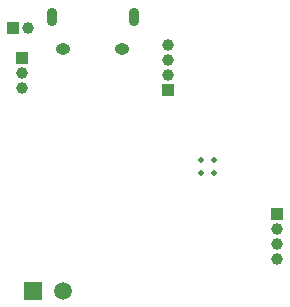
<source format=gbs>
%FSTAX23Y23*%
%MOIN*%
%SFA1B1*%

%IPPOS*%
%ADD35R,0.039370X0.039370*%
%ADD36C,0.039370*%
%ADD37R,0.039370X0.039370*%
%ADD38O,0.049212X0.037401*%
%ADD39O,0.035433X0.061024*%
%ADD40C,0.059055*%
%ADD41R,0.059055X0.059055*%
%ADD42C,0.019685*%
%LNcore_prototype_1-1*%
%LPD*%
G54D35*
X03826Y03504D03*
G54D36*
X03876Y03504D03*
X03858Y03306D03*
Y03356D03*
X04342Y0335D03*
Y034D03*
Y0345D03*
X04708Y02734D03*
Y02784D03*
Y02834D03*
G54D37*
X03858Y03406D03*
X04342Y033D03*
X04708Y02884D03*
G54D38*
X03994Y03436D03*
X04191D03*
G54D39*
X03955Y03543D03*
X04231D03*
G54D40*
X03992Y02629D03*
G54D41*
X03892Y02629D03*
G54D42*
X04453Y03064D03*
X04496D03*
X04453Y03021D03*
X04496D03*
M02*
</source>
